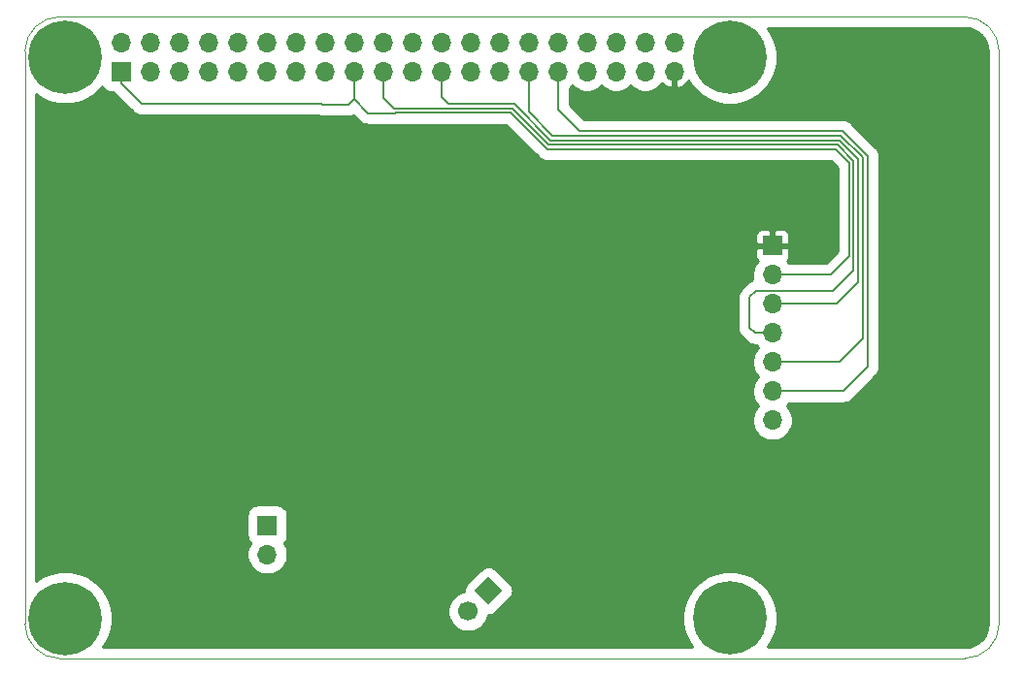
<source format=gtl>
G04 #@! TF.GenerationSoftware,KiCad,Pcbnew,6.0.0-d3dd2cf0fa~116~ubuntu21.04.1*
G04 #@! TF.CreationDate,2022-03-07T16:35:48+01:00*
G04 #@! TF.ProjectId,PiRogue-RPi-hat,5069526f-6775-4652-9d52-50692d686174,rev?*
G04 #@! TF.SameCoordinates,PX4efbba0PY7d37aa0*
G04 #@! TF.FileFunction,Copper,L1,Top*
G04 #@! TF.FilePolarity,Positive*
%FSLAX46Y46*%
G04 Gerber Fmt 4.6, Leading zero omitted, Abs format (unit mm)*
G04 Created by KiCad (PCBNEW 6.0.0-d3dd2cf0fa~116~ubuntu21.04.1) date 2022-03-07 16:35:48*
%MOMM*%
%LPD*%
G01*
G04 APERTURE LIST*
G04 Aperture macros list*
%AMHorizOval*
0 Thick line with rounded ends*
0 $1 width*
0 $2 $3 position (X,Y) of the first rounded end (center of the circle)*
0 $4 $5 position (X,Y) of the second rounded end (center of the circle)*
0 Add line between two ends*
20,1,$1,$2,$3,$4,$5,0*
0 Add two circle primitives to create the rounded ends*
1,1,$1,$2,$3*
1,1,$1,$4,$5*%
%AMRotRect*
0 Rectangle, with rotation*
0 The origin of the aperture is its center*
0 $1 length*
0 $2 width*
0 $3 Rotation angle, in degrees counterclockwise*
0 Add horizontal line*
21,1,$1,$2,0,0,$3*%
G04 Aperture macros list end*
G04 #@! TA.AperFunction,Profile*
%ADD10C,0.100000*%
G04 #@! TD*
G04 #@! TA.AperFunction,ComponentPad*
%ADD11C,6.400000*%
G04 #@! TD*
G04 #@! TA.AperFunction,ComponentPad*
%ADD12R,1.700000X1.700000*%
G04 #@! TD*
G04 #@! TA.AperFunction,ComponentPad*
%ADD13O,1.700000X1.700000*%
G04 #@! TD*
G04 #@! TA.AperFunction,ComponentPad*
%ADD14RotRect,1.700000X1.700000X135.000000*%
G04 #@! TD*
G04 #@! TA.AperFunction,ComponentPad*
%ADD15HorizOval,1.700000X0.000000X0.000000X0.000000X0.000000X0*%
G04 #@! TD*
G04 #@! TA.AperFunction,ViaPad*
%ADD16C,0.800000*%
G04 #@! TD*
G04 #@! TA.AperFunction,Conductor*
%ADD17C,0.200000*%
G04 #@! TD*
G04 #@! TA.AperFunction,Conductor*
%ADD18C,0.254000*%
G04 #@! TD*
G04 APERTURE END LIST*
D10*
X82006356Y-56057611D02*
G75*
G03*
X85006356Y-53057611I-1J3000001D01*
G01*
X85006356Y-53057611D02*
X85006356Y-3057611D01*
X85006356Y-3057611D02*
G75*
G03*
X82006356Y-57611I-3000001J-1D01*
G01*
X82006356Y-57611D02*
X3026356Y-57611D01*
X26356Y-53057611D02*
G75*
G03*
X3026356Y-56057611I3000001J1D01*
G01*
X3026356Y-56057611D02*
X82006356Y-56057611D01*
X26356Y-3057611D02*
X26356Y-53057611D01*
X3026356Y-57611D02*
G75*
G03*
X26356Y-3057611I1J-3000001D01*
G01*
D11*
X3520000Y-3550000D03*
X61520000Y-3570000D03*
X3520000Y-52560000D03*
X61510000Y-52550000D03*
D12*
X65230000Y-20040000D03*
D13*
X65230000Y-22580000D03*
X65230000Y-25120000D03*
X65230000Y-27660000D03*
X65230000Y-30200000D03*
X65230000Y-32740000D03*
X65230000Y-35280000D03*
D12*
X8400000Y-4830000D03*
D13*
X8400000Y-2290000D03*
X10940000Y-4830000D03*
X10940000Y-2290000D03*
X13480000Y-4830000D03*
X13480000Y-2290000D03*
X16020000Y-4830000D03*
X16020000Y-2290000D03*
X18560000Y-4830000D03*
X18560000Y-2290000D03*
X21100000Y-4830000D03*
X21100000Y-2290000D03*
X23640000Y-4830000D03*
X23640000Y-2290000D03*
X26180000Y-4830000D03*
X26180000Y-2290000D03*
X28720000Y-4830000D03*
X28720000Y-2290000D03*
X31260000Y-4830000D03*
X31260000Y-2290000D03*
X33800000Y-4830000D03*
X33800000Y-2290000D03*
X36340000Y-4830000D03*
X36340000Y-2290000D03*
X38880000Y-4830000D03*
X38880000Y-2290000D03*
X41420000Y-4830000D03*
X41420000Y-2290000D03*
X43960000Y-4830000D03*
X43960000Y-2290000D03*
X46500000Y-4830000D03*
X46500000Y-2290000D03*
X49040000Y-4830000D03*
X49040000Y-2290000D03*
X51580000Y-4830000D03*
X51580000Y-2290000D03*
X54120000Y-4830000D03*
X54120000Y-2290000D03*
X56660000Y-4830000D03*
X56660000Y-2290000D03*
D12*
X21160000Y-44430000D03*
D13*
X21160000Y-46970000D03*
D14*
X40466520Y-50162680D03*
D15*
X38670469Y-51958731D03*
D16*
X13180000Y-41700000D03*
X11180000Y-41700000D03*
X20180000Y-37700000D03*
X20180000Y-39700000D03*
X20180000Y-41700000D03*
X22180000Y-41700000D03*
X22180000Y-39700000D03*
X22180000Y-37700000D03*
X24180000Y-37700000D03*
X24180000Y-39700000D03*
X24180000Y-41700000D03*
X9180000Y-43700000D03*
X12180000Y-50700000D03*
X10180000Y-50700000D03*
X14180000Y-48700000D03*
X12180000Y-52700000D03*
X10180000Y-48700000D03*
X12180000Y-48700000D03*
X14180000Y-50700000D03*
X14180000Y-52700000D03*
X27180000Y-50700000D03*
X25180000Y-48700000D03*
X27180000Y-48700000D03*
X25180000Y-52700000D03*
X29180000Y-50700000D03*
X29180000Y-48700000D03*
X27180000Y-52700000D03*
X25180000Y-50700000D03*
X29180000Y-52700000D03*
X15180000Y-41700000D03*
D17*
X70284400Y-22580000D02*
X65230000Y-22580000D01*
X71910570Y-20953830D02*
X70284400Y-22580000D01*
X42369836Y-8441873D02*
X45561383Y-11633420D01*
X10180000Y-7660000D02*
X25890000Y-7660000D01*
X45561383Y-11633420D02*
X70727706Y-11633420D01*
X29945373Y-8447793D02*
X32272947Y-8447793D01*
X25930000Y-7700000D02*
X28242420Y-7700000D01*
X32278870Y-8441870D02*
X42369836Y-8441870D01*
X28720000Y-4830000D02*
X28720000Y-7222420D01*
X28242420Y-7700000D02*
X28720000Y-7222420D01*
X71910570Y-12816284D02*
X71910570Y-20953830D01*
X70727706Y-11633420D02*
X71910570Y-12816284D01*
X25890000Y-7660000D02*
X25930000Y-7700000D01*
X32272947Y-8447793D02*
X32278870Y-8441870D01*
X8400000Y-4830000D02*
X8400000Y-5880000D01*
X28720000Y-7222420D02*
X29945373Y-8447793D01*
X8400000Y-5880000D02*
X10180000Y-7660000D01*
X42369836Y-8441870D02*
X42369836Y-8441873D01*
X71044992Y-10819310D02*
X72710590Y-12484908D01*
X42701212Y-7641850D02*
X45878671Y-10819310D01*
X72710590Y-23201810D02*
X70792400Y-25120000D01*
X36943540Y-7641850D02*
X40571249Y-7641850D01*
X70792400Y-25120000D02*
X65230000Y-25120000D01*
X36340000Y-4830000D02*
X36340000Y-7038310D01*
X40571249Y-7641850D02*
X42701212Y-7641850D01*
X72710590Y-12484908D02*
X72710590Y-23201810D01*
X36340000Y-7038310D02*
X36943540Y-7641850D01*
X45878671Y-10819310D02*
X71044992Y-10819310D01*
X48362150Y-10019290D02*
X71376369Y-10019290D01*
X73537320Y-12180241D02*
X73537320Y-30614840D01*
X71412160Y-32740000D02*
X65230000Y-32740000D01*
X71376369Y-10019290D02*
X73537320Y-12180241D01*
X46500000Y-4830000D02*
X46500000Y-6032081D01*
X46509180Y-8166320D02*
X48362150Y-10019290D01*
X46509180Y-6041261D02*
X46509180Y-8166320D01*
X73537320Y-30614840D02*
X71412160Y-32740000D01*
X46500000Y-6032081D02*
X46509180Y-6041261D01*
X63781381Y-23969999D02*
X63227460Y-24523920D01*
X31260000Y-7097960D02*
X32203900Y-8041860D01*
X72310580Y-22184500D02*
X70525081Y-23969999D01*
X32203900Y-8041860D02*
X42535524Y-8041860D01*
X45712982Y-11219320D02*
X70879304Y-11219320D01*
X63227460Y-27193460D02*
X63694000Y-27660000D01*
X70525081Y-23969999D02*
X63781381Y-23969999D01*
X42535524Y-8041860D02*
X45712982Y-11219320D01*
X72310580Y-12650596D02*
X72310580Y-22184500D01*
X70879304Y-11219320D02*
X72310580Y-12650596D01*
X63694000Y-27660000D02*
X65230000Y-27660000D01*
X63227460Y-24523920D02*
X63227460Y-27193460D01*
X31260000Y-4830000D02*
X31260000Y-7097960D01*
X71079420Y-30200000D02*
X65230000Y-30200000D01*
X71210680Y-10419300D02*
X73110600Y-12319220D01*
X73110600Y-12319220D02*
X73110600Y-28168820D01*
X46044360Y-10419300D02*
X71210680Y-10419300D01*
X43960000Y-8334940D02*
X46044360Y-10419300D01*
X73110600Y-28168820D02*
X71079420Y-30200000D01*
X43960000Y-4830000D02*
X43960000Y-8334940D01*
D18*
X82398383Y-1077735D02*
X82775477Y-1191586D01*
X83123275Y-1376514D01*
X83428530Y-1625475D01*
X83679616Y-1928984D01*
X83866965Y-2275480D01*
X83983448Y-2651774D01*
X84029357Y-3088574D01*
X84029356Y-53009829D01*
X83986232Y-53449638D01*
X83872381Y-53826731D01*
X83687453Y-54174531D01*
X83438495Y-54479783D01*
X83134983Y-54730871D01*
X82788486Y-54918220D01*
X82412193Y-55034703D01*
X81975402Y-55080611D01*
X64782600Y-55080611D01*
X65167300Y-54504868D01*
X65478402Y-53753802D01*
X65637000Y-52956474D01*
X65637000Y-52143526D01*
X65478402Y-51346198D01*
X65167300Y-50595132D01*
X64715650Y-49919191D01*
X64140809Y-49344350D01*
X63464868Y-48892700D01*
X62713802Y-48581598D01*
X61916474Y-48423000D01*
X61103526Y-48423000D01*
X60306198Y-48581598D01*
X59555132Y-48892700D01*
X58879191Y-49344350D01*
X58304350Y-49919191D01*
X57852700Y-50595132D01*
X57541598Y-51346198D01*
X57383000Y-52143526D01*
X57383000Y-52956474D01*
X57541598Y-53753802D01*
X57852700Y-54504868D01*
X58237400Y-55080611D01*
X6799282Y-55080611D01*
X7177300Y-54514868D01*
X7488402Y-53763802D01*
X7647000Y-52966474D01*
X7647000Y-52153526D01*
X7573440Y-51783712D01*
X36893469Y-51783712D01*
X36893469Y-52133750D01*
X36961758Y-52477063D01*
X37095712Y-52800456D01*
X37290183Y-53091502D01*
X37537698Y-53339017D01*
X37828744Y-53533488D01*
X38152137Y-53667442D01*
X38495450Y-53735731D01*
X38845488Y-53735731D01*
X39188801Y-53667442D01*
X39512194Y-53533488D01*
X39803240Y-53339017D01*
X40050755Y-53091502D01*
X40245226Y-52800456D01*
X40379180Y-52477063D01*
X40416134Y-52291284D01*
X40466520Y-52296247D01*
X40648244Y-52278349D01*
X40822984Y-52225342D01*
X40984025Y-52139263D01*
X41125179Y-52023421D01*
X42327261Y-50821339D01*
X42443103Y-50680185D01*
X42529182Y-50519144D01*
X42582189Y-50344404D01*
X42600087Y-50162680D01*
X42582189Y-49980956D01*
X42529182Y-49806216D01*
X42443103Y-49645175D01*
X42327261Y-49504021D01*
X41125179Y-48301939D01*
X40984025Y-48186097D01*
X40822984Y-48100018D01*
X40648244Y-48047011D01*
X40466520Y-48029113D01*
X40284796Y-48047011D01*
X40110056Y-48100018D01*
X39949015Y-48186097D01*
X39807861Y-48301939D01*
X38605779Y-49504021D01*
X38489937Y-49645175D01*
X38403858Y-49806216D01*
X38350851Y-49980956D01*
X38332953Y-50162680D01*
X38337916Y-50213066D01*
X38152137Y-50250020D01*
X37828744Y-50383974D01*
X37537698Y-50578445D01*
X37290183Y-50825960D01*
X37095712Y-51117006D01*
X36961758Y-51440399D01*
X36893469Y-51783712D01*
X7573440Y-51783712D01*
X7488402Y-51356198D01*
X7177300Y-50605132D01*
X6725650Y-49929191D01*
X6150809Y-49354350D01*
X5474868Y-48902700D01*
X4723802Y-48591598D01*
X3926474Y-48433000D01*
X3113526Y-48433000D01*
X2316198Y-48591598D01*
X1565132Y-48902700D01*
X1003356Y-49278067D01*
X1003356Y-43580000D01*
X19378515Y-43580000D01*
X19378515Y-45280000D01*
X19396413Y-45461724D01*
X19449420Y-45636464D01*
X19535499Y-45797505D01*
X19651341Y-45938659D01*
X19690479Y-45970779D01*
X19585243Y-46128275D01*
X19451289Y-46451668D01*
X19383000Y-46794981D01*
X19383000Y-47145019D01*
X19451289Y-47488332D01*
X19585243Y-47811725D01*
X19779714Y-48102771D01*
X20027229Y-48350286D01*
X20318275Y-48544757D01*
X20641668Y-48678711D01*
X20984981Y-48747000D01*
X21335019Y-48747000D01*
X21678332Y-48678711D01*
X22001725Y-48544757D01*
X22292771Y-48350286D01*
X22540286Y-48102771D01*
X22734757Y-47811725D01*
X22868711Y-47488332D01*
X22937000Y-47145019D01*
X22937000Y-46794981D01*
X22868711Y-46451668D01*
X22734757Y-46128275D01*
X22629521Y-45970779D01*
X22668659Y-45938659D01*
X22784501Y-45797505D01*
X22870580Y-45636464D01*
X22923587Y-45461724D01*
X22941485Y-45280000D01*
X22941485Y-43580000D01*
X22923587Y-43398276D01*
X22870580Y-43223536D01*
X22784501Y-43062495D01*
X22668659Y-42921341D01*
X22527505Y-42805499D01*
X22366464Y-42719420D01*
X22191724Y-42666413D01*
X22010000Y-42648515D01*
X20310000Y-42648515D01*
X20128276Y-42666413D01*
X19953536Y-42719420D01*
X19792495Y-42805499D01*
X19651341Y-42921341D01*
X19535499Y-43062495D01*
X19449420Y-43223536D01*
X19396413Y-43398276D01*
X19378515Y-43580000D01*
X1003356Y-43580000D01*
X1003356Y-19190000D01*
X63741928Y-19190000D01*
X63745000Y-19754250D01*
X63903750Y-19913000D01*
X65103000Y-19913000D01*
X65103000Y-18713750D01*
X65357000Y-18713750D01*
X65357000Y-19913000D01*
X66556250Y-19913000D01*
X66715000Y-19754250D01*
X66718072Y-19190000D01*
X66705812Y-19065518D01*
X66669502Y-18945820D01*
X66610537Y-18835506D01*
X66531185Y-18738815D01*
X66434494Y-18659463D01*
X66324180Y-18600498D01*
X66204482Y-18564188D01*
X66080000Y-18551928D01*
X65515750Y-18555000D01*
X65357000Y-18713750D01*
X65103000Y-18713750D01*
X64944250Y-18555000D01*
X64380000Y-18551928D01*
X64255518Y-18564188D01*
X64135820Y-18600498D01*
X64025506Y-18659463D01*
X63928815Y-18738815D01*
X63849463Y-18835506D01*
X63790498Y-18945820D01*
X63754188Y-19065518D01*
X63741928Y-19190000D01*
X1003356Y-19190000D01*
X1003356Y-6831933D01*
X1565132Y-7207300D01*
X2316198Y-7518402D01*
X3113526Y-7677000D01*
X3926474Y-7677000D01*
X4723802Y-7518402D01*
X5474868Y-7207300D01*
X6150809Y-6755650D01*
X6725650Y-6180809D01*
X6748386Y-6146782D01*
X6775499Y-6197505D01*
X6891341Y-6338659D01*
X7032495Y-6454501D01*
X7193536Y-6540580D01*
X7368276Y-6593587D01*
X7550000Y-6611485D01*
X7672449Y-6611485D01*
X7709476Y-6641872D01*
X9418127Y-8350524D01*
X9450288Y-8389712D01*
X9606669Y-8518051D01*
X9785083Y-8613415D01*
X9978673Y-8672140D01*
X10129549Y-8687000D01*
X10129558Y-8687000D01*
X10179999Y-8691968D01*
X10230440Y-8687000D01*
X25645798Y-8687000D01*
X25728673Y-8712140D01*
X25879549Y-8727000D01*
X25879557Y-8727000D01*
X25930000Y-8731968D01*
X25980443Y-8727000D01*
X28191979Y-8727000D01*
X28242420Y-8731968D01*
X28292861Y-8727000D01*
X28292871Y-8727000D01*
X28443747Y-8712140D01*
X28637337Y-8653415D01*
X28677259Y-8632076D01*
X29183500Y-9138317D01*
X29215661Y-9177505D01*
X29372042Y-9305844D01*
X29550456Y-9401208D01*
X29744046Y-9459933D01*
X29894922Y-9474793D01*
X29894931Y-9474793D01*
X29945372Y-9479761D01*
X29995813Y-9474793D01*
X32222506Y-9474793D01*
X32272947Y-9479761D01*
X32323388Y-9474793D01*
X32323398Y-9474793D01*
X32383535Y-9468870D01*
X41944437Y-9468870D01*
X44799510Y-12323944D01*
X44831671Y-12363132D01*
X44988052Y-12491471D01*
X45166466Y-12586835D01*
X45360056Y-12645560D01*
X45510932Y-12660420D01*
X45510941Y-12660420D01*
X45561382Y-12665388D01*
X45611823Y-12660420D01*
X70302310Y-12660420D01*
X70883570Y-13241681D01*
X70883571Y-20528431D01*
X69859004Y-21553000D01*
X66680960Y-21553000D01*
X66610286Y-21447229D01*
X66516387Y-21353330D01*
X66531185Y-21341185D01*
X66610537Y-21244494D01*
X66669502Y-21134180D01*
X66705812Y-21014482D01*
X66718072Y-20890000D01*
X66715000Y-20325750D01*
X66556250Y-20167000D01*
X65357000Y-20167000D01*
X65357000Y-20187000D01*
X65103000Y-20187000D01*
X65103000Y-20167000D01*
X63903750Y-20167000D01*
X63745000Y-20325750D01*
X63741928Y-20890000D01*
X63754188Y-21014482D01*
X63790498Y-21134180D01*
X63849463Y-21244494D01*
X63928815Y-21341185D01*
X63943613Y-21353330D01*
X63849714Y-21447229D01*
X63655243Y-21738275D01*
X63521289Y-22061668D01*
X63453000Y-22404981D01*
X63453000Y-22755019D01*
X63498281Y-22982665D01*
X63386464Y-23016584D01*
X63208050Y-23111948D01*
X63051669Y-23240287D01*
X63019508Y-23279475D01*
X62536940Y-23762044D01*
X62497748Y-23794208D01*
X62369409Y-23950589D01*
X62274045Y-24129004D01*
X62215320Y-24322594D01*
X62200460Y-24473470D01*
X62200460Y-24473479D01*
X62195492Y-24523920D01*
X62200460Y-24574361D01*
X62200461Y-27143009D01*
X62195492Y-27193460D01*
X62200461Y-27243911D01*
X62215321Y-27394787D01*
X62274046Y-27588377D01*
X62369410Y-27766791D01*
X62497749Y-27923172D01*
X62536936Y-27955332D01*
X62932123Y-28350519D01*
X62964288Y-28389712D01*
X63120669Y-28518051D01*
X63299083Y-28613415D01*
X63492673Y-28672140D01*
X63643549Y-28687000D01*
X63643558Y-28687000D01*
X63693999Y-28691968D01*
X63744440Y-28687000D01*
X63779040Y-28687000D01*
X63849714Y-28792771D01*
X63986943Y-28930000D01*
X63849714Y-29067229D01*
X63655243Y-29358275D01*
X63521289Y-29681668D01*
X63453000Y-30024981D01*
X63453000Y-30375019D01*
X63521289Y-30718332D01*
X63655243Y-31041725D01*
X63849714Y-31332771D01*
X63986943Y-31470000D01*
X63849714Y-31607229D01*
X63655243Y-31898275D01*
X63521289Y-32221668D01*
X63453000Y-32564981D01*
X63453000Y-32915019D01*
X63521289Y-33258332D01*
X63655243Y-33581725D01*
X63849714Y-33872771D01*
X63986943Y-34010000D01*
X63849714Y-34147229D01*
X63655243Y-34438275D01*
X63521289Y-34761668D01*
X63453000Y-35104981D01*
X63453000Y-35455019D01*
X63521289Y-35798332D01*
X63655243Y-36121725D01*
X63849714Y-36412771D01*
X64097229Y-36660286D01*
X64388275Y-36854757D01*
X64711668Y-36988711D01*
X65054981Y-37057000D01*
X65405019Y-37057000D01*
X65748332Y-36988711D01*
X66071725Y-36854757D01*
X66362771Y-36660286D01*
X66610286Y-36412771D01*
X66804757Y-36121725D01*
X66938711Y-35798332D01*
X67007000Y-35455019D01*
X67007000Y-35104981D01*
X66938711Y-34761668D01*
X66804757Y-34438275D01*
X66610286Y-34147229D01*
X66473057Y-34010000D01*
X66610286Y-33872771D01*
X66680960Y-33767000D01*
X71361719Y-33767000D01*
X71412160Y-33771968D01*
X71462601Y-33767000D01*
X71462611Y-33767000D01*
X71613487Y-33752140D01*
X71807077Y-33693415D01*
X71985491Y-33598051D01*
X72141872Y-33469712D01*
X72174037Y-33430519D01*
X74227845Y-31376712D01*
X74267032Y-31344552D01*
X74395371Y-31188171D01*
X74490735Y-31009757D01*
X74549460Y-30816167D01*
X74564320Y-30665291D01*
X74564320Y-30665282D01*
X74569288Y-30614841D01*
X74564320Y-30564400D01*
X74564320Y-12230681D01*
X74569288Y-12180240D01*
X74564320Y-12129799D01*
X74564320Y-12129790D01*
X74549460Y-11978914D01*
X74490735Y-11785324D01*
X74395371Y-11606910D01*
X74267032Y-11450529D01*
X74227845Y-11418369D01*
X72138246Y-9328771D01*
X72106081Y-9289578D01*
X71949700Y-9161239D01*
X71771286Y-9065875D01*
X71577696Y-9007150D01*
X71426820Y-8992290D01*
X71426810Y-8992290D01*
X71376369Y-8987322D01*
X71325928Y-8992290D01*
X48787547Y-8992290D01*
X47536180Y-7740924D01*
X47536180Y-6274826D01*
X47632771Y-6210286D01*
X47770000Y-6073057D01*
X47907229Y-6210286D01*
X48198275Y-6404757D01*
X48521668Y-6538711D01*
X48864981Y-6607000D01*
X49215019Y-6607000D01*
X49558332Y-6538711D01*
X49881725Y-6404757D01*
X50172771Y-6210286D01*
X50310000Y-6073057D01*
X50447229Y-6210286D01*
X50738275Y-6404757D01*
X51061668Y-6538711D01*
X51404981Y-6607000D01*
X51755019Y-6607000D01*
X52098332Y-6538711D01*
X52421725Y-6404757D01*
X52712771Y-6210286D01*
X52850000Y-6073057D01*
X52987229Y-6210286D01*
X53278275Y-6404757D01*
X53601668Y-6538711D01*
X53944981Y-6607000D01*
X54295019Y-6607000D01*
X54638332Y-6538711D01*
X54961725Y-6404757D01*
X55252771Y-6210286D01*
X55500286Y-5962771D01*
X55581664Y-5840980D01*
X55659731Y-5927588D01*
X55893080Y-6101641D01*
X56155901Y-6226825D01*
X56303110Y-6271476D01*
X56533000Y-6150155D01*
X56533000Y-4957000D01*
X56513000Y-4957000D01*
X56513000Y-4703000D01*
X56533000Y-4703000D01*
X56533000Y-4683000D01*
X56787000Y-4683000D01*
X56787000Y-4703000D01*
X56807000Y-4703000D01*
X56807000Y-4957000D01*
X56787000Y-4957000D01*
X56787000Y-6150155D01*
X57016890Y-6271476D01*
X57164099Y-6226825D01*
X57426920Y-6101641D01*
X57660269Y-5927588D01*
X57855178Y-5711355D01*
X57917452Y-5606810D01*
X58314350Y-6200809D01*
X58889191Y-6775650D01*
X59565132Y-7227300D01*
X60316198Y-7538402D01*
X61113526Y-7697000D01*
X61926474Y-7697000D01*
X62723802Y-7538402D01*
X63474868Y-7227300D01*
X64150809Y-6775650D01*
X64725650Y-6200809D01*
X65177300Y-5524868D01*
X65488402Y-4773802D01*
X65647000Y-3976474D01*
X65647000Y-3163526D01*
X65488402Y-2366198D01*
X65177300Y-1615132D01*
X64789408Y-1034611D01*
X81958573Y-1034611D01*
X82398383Y-1077735D02*
X81958573Y-1034611D01*
G04 #@! TA.AperFunction,Conductor*
G36*
X82398383Y-1077735D02*
G01*
X82775477Y-1191586D01*
X83123275Y-1376514D01*
X83428530Y-1625475D01*
X83679616Y-1928984D01*
X83866965Y-2275480D01*
X83983448Y-2651774D01*
X84029357Y-3088574D01*
X84029356Y-53009829D01*
X83986232Y-53449638D01*
X83872381Y-53826731D01*
X83687453Y-54174531D01*
X83438495Y-54479783D01*
X83134983Y-54730871D01*
X82788486Y-54918220D01*
X82412193Y-55034703D01*
X81975402Y-55080611D01*
X64782600Y-55080611D01*
X65167300Y-54504868D01*
X65478402Y-53753802D01*
X65637000Y-52956474D01*
X65637000Y-52143526D01*
X65478402Y-51346198D01*
X65167300Y-50595132D01*
X64715650Y-49919191D01*
X64140809Y-49344350D01*
X63464868Y-48892700D01*
X62713802Y-48581598D01*
X61916474Y-48423000D01*
X61103526Y-48423000D01*
X60306198Y-48581598D01*
X59555132Y-48892700D01*
X58879191Y-49344350D01*
X58304350Y-49919191D01*
X57852700Y-50595132D01*
X57541598Y-51346198D01*
X57383000Y-52143526D01*
X57383000Y-52956474D01*
X57541598Y-53753802D01*
X57852700Y-54504868D01*
X58237400Y-55080611D01*
X6799282Y-55080611D01*
X7177300Y-54514868D01*
X7488402Y-53763802D01*
X7647000Y-52966474D01*
X7647000Y-52153526D01*
X7573440Y-51783712D01*
X36893469Y-51783712D01*
X36893469Y-52133750D01*
X36961758Y-52477063D01*
X37095712Y-52800456D01*
X37290183Y-53091502D01*
X37537698Y-53339017D01*
X37828744Y-53533488D01*
X38152137Y-53667442D01*
X38495450Y-53735731D01*
X38845488Y-53735731D01*
X39188801Y-53667442D01*
X39512194Y-53533488D01*
X39803240Y-53339017D01*
X40050755Y-53091502D01*
X40245226Y-52800456D01*
X40379180Y-52477063D01*
X40416134Y-52291284D01*
X40466520Y-52296247D01*
X40648244Y-52278349D01*
X40822984Y-52225342D01*
X40984025Y-52139263D01*
X41125179Y-52023421D01*
X42327261Y-50821339D01*
X42443103Y-50680185D01*
X42529182Y-50519144D01*
X42582189Y-50344404D01*
X42600087Y-50162680D01*
X42582189Y-49980956D01*
X42529182Y-49806216D01*
X42443103Y-49645175D01*
X42327261Y-49504021D01*
X41125179Y-48301939D01*
X40984025Y-48186097D01*
X40822984Y-48100018D01*
X40648244Y-48047011D01*
X40466520Y-48029113D01*
X40284796Y-48047011D01*
X40110056Y-48100018D01*
X39949015Y-48186097D01*
X39807861Y-48301939D01*
X38605779Y-49504021D01*
X38489937Y-49645175D01*
X38403858Y-49806216D01*
X38350851Y-49980956D01*
X38332953Y-50162680D01*
X38337916Y-50213066D01*
X38152137Y-50250020D01*
X37828744Y-50383974D01*
X37537698Y-50578445D01*
X37290183Y-50825960D01*
X37095712Y-51117006D01*
X36961758Y-51440399D01*
X36893469Y-51783712D01*
X7573440Y-51783712D01*
X7488402Y-51356198D01*
X7177300Y-50605132D01*
X6725650Y-49929191D01*
X6150809Y-49354350D01*
X5474868Y-48902700D01*
X4723802Y-48591598D01*
X3926474Y-48433000D01*
X3113526Y-48433000D01*
X2316198Y-48591598D01*
X1565132Y-48902700D01*
X1003356Y-49278067D01*
X1003356Y-43580000D01*
X19378515Y-43580000D01*
X19378515Y-45280000D01*
X19396413Y-45461724D01*
X19449420Y-45636464D01*
X19535499Y-45797505D01*
X19651341Y-45938659D01*
X19690479Y-45970779D01*
X19585243Y-46128275D01*
X19451289Y-46451668D01*
X19383000Y-46794981D01*
X19383000Y-47145019D01*
X19451289Y-47488332D01*
X19585243Y-47811725D01*
X19779714Y-48102771D01*
X20027229Y-48350286D01*
X20318275Y-48544757D01*
X20641668Y-48678711D01*
X20984981Y-48747000D01*
X21335019Y-48747000D01*
X21678332Y-48678711D01*
X22001725Y-48544757D01*
X22292771Y-48350286D01*
X22540286Y-48102771D01*
X22734757Y-47811725D01*
X22868711Y-47488332D01*
X22937000Y-47145019D01*
X22937000Y-46794981D01*
X22868711Y-46451668D01*
X22734757Y-46128275D01*
X22629521Y-45970779D01*
X22668659Y-45938659D01*
X22784501Y-45797505D01*
X22870580Y-45636464D01*
X22923587Y-45461724D01*
X22941485Y-45280000D01*
X22941485Y-43580000D01*
X22923587Y-43398276D01*
X22870580Y-43223536D01*
X22784501Y-43062495D01*
X22668659Y-42921341D01*
X22527505Y-42805499D01*
X22366464Y-42719420D01*
X22191724Y-42666413D01*
X22010000Y-42648515D01*
X20310000Y-42648515D01*
X20128276Y-42666413D01*
X19953536Y-42719420D01*
X19792495Y-42805499D01*
X19651341Y-42921341D01*
X19535499Y-43062495D01*
X19449420Y-43223536D01*
X19396413Y-43398276D01*
X19378515Y-43580000D01*
X1003356Y-43580000D01*
X1003356Y-19190000D01*
X63741928Y-19190000D01*
X63745000Y-19754250D01*
X63903750Y-19913000D01*
X65103000Y-19913000D01*
X65103000Y-18713750D01*
X65357000Y-18713750D01*
X65357000Y-19913000D01*
X66556250Y-19913000D01*
X66715000Y-19754250D01*
X66718072Y-19190000D01*
X66705812Y-19065518D01*
X66669502Y-18945820D01*
X66610537Y-18835506D01*
X66531185Y-18738815D01*
X66434494Y-18659463D01*
X66324180Y-18600498D01*
X66204482Y-18564188D01*
X66080000Y-18551928D01*
X65515750Y-18555000D01*
X65357000Y-18713750D01*
X65103000Y-18713750D01*
X64944250Y-18555000D01*
X64380000Y-18551928D01*
X64255518Y-18564188D01*
X64135820Y-18600498D01*
X64025506Y-18659463D01*
X63928815Y-18738815D01*
X63849463Y-18835506D01*
X63790498Y-18945820D01*
X63754188Y-19065518D01*
X63741928Y-19190000D01*
X1003356Y-19190000D01*
X1003356Y-6831933D01*
X1565132Y-7207300D01*
X2316198Y-7518402D01*
X3113526Y-7677000D01*
X3926474Y-7677000D01*
X4723802Y-7518402D01*
X5474868Y-7207300D01*
X6150809Y-6755650D01*
X6725650Y-6180809D01*
X6748386Y-6146782D01*
X6775499Y-6197505D01*
X6891341Y-6338659D01*
X7032495Y-6454501D01*
X7193536Y-6540580D01*
X7368276Y-6593587D01*
X7550000Y-6611485D01*
X7672449Y-6611485D01*
X7709476Y-6641872D01*
X9418127Y-8350524D01*
X9450288Y-8389712D01*
X9606669Y-8518051D01*
X9785083Y-8613415D01*
X9978673Y-8672140D01*
X10129549Y-8687000D01*
X10129558Y-8687000D01*
X10179999Y-8691968D01*
X10230440Y-8687000D01*
X25645798Y-8687000D01*
X25728673Y-8712140D01*
X25879549Y-8727000D01*
X25879557Y-8727000D01*
X25930000Y-8731968D01*
X25980443Y-8727000D01*
X28191979Y-8727000D01*
X28242420Y-8731968D01*
X28292861Y-8727000D01*
X28292871Y-8727000D01*
X28443747Y-8712140D01*
X28637337Y-8653415D01*
X28677259Y-8632076D01*
X29183500Y-9138317D01*
X29215661Y-9177505D01*
X29372042Y-9305844D01*
X29550456Y-9401208D01*
X29744046Y-9459933D01*
X29894922Y-9474793D01*
X29894931Y-9474793D01*
X29945372Y-9479761D01*
X29995813Y-9474793D01*
X32222506Y-9474793D01*
X32272947Y-9479761D01*
X32323388Y-9474793D01*
X32323398Y-9474793D01*
X32383535Y-9468870D01*
X41944437Y-9468870D01*
X44799510Y-12323944D01*
X44831671Y-12363132D01*
X44988052Y-12491471D01*
X45166466Y-12586835D01*
X45360056Y-12645560D01*
X45510932Y-12660420D01*
X45510941Y-12660420D01*
X45561382Y-12665388D01*
X45611823Y-12660420D01*
X70302310Y-12660420D01*
X70883570Y-13241681D01*
X70883571Y-20528431D01*
X69859004Y-21553000D01*
X66680960Y-21553000D01*
X66610286Y-21447229D01*
X66516387Y-21353330D01*
X66531185Y-21341185D01*
X66610537Y-21244494D01*
X66669502Y-21134180D01*
X66705812Y-21014482D01*
X66718072Y-20890000D01*
X66715000Y-20325750D01*
X66556250Y-20167000D01*
X65357000Y-20167000D01*
X65357000Y-20187000D01*
X65103000Y-20187000D01*
X65103000Y-20167000D01*
X63903750Y-20167000D01*
X63745000Y-20325750D01*
X63741928Y-20890000D01*
X63754188Y-21014482D01*
X63790498Y-21134180D01*
X63849463Y-21244494D01*
X63928815Y-21341185D01*
X63943613Y-21353330D01*
X63849714Y-21447229D01*
X63655243Y-21738275D01*
X63521289Y-22061668D01*
X63453000Y-22404981D01*
X63453000Y-22755019D01*
X63498281Y-22982665D01*
X63386464Y-23016584D01*
X63208050Y-23111948D01*
X63051669Y-23240287D01*
X63019508Y-23279475D01*
X62536940Y-23762044D01*
X62497748Y-23794208D01*
X62369409Y-23950589D01*
X62274045Y-24129004D01*
X62215320Y-24322594D01*
X62200460Y-24473470D01*
X62200460Y-24473479D01*
X62195492Y-24523920D01*
X62200460Y-24574361D01*
X62200461Y-27143009D01*
X62195492Y-27193460D01*
X62200461Y-27243911D01*
X62215321Y-27394787D01*
X62274046Y-27588377D01*
X62369410Y-27766791D01*
X62497749Y-27923172D01*
X62536936Y-27955332D01*
X62932123Y-28350519D01*
X62964288Y-28389712D01*
X63120669Y-28518051D01*
X63299083Y-28613415D01*
X63492673Y-28672140D01*
X63643549Y-28687000D01*
X63643558Y-28687000D01*
X63693999Y-28691968D01*
X63744440Y-28687000D01*
X63779040Y-28687000D01*
X63849714Y-28792771D01*
X63986943Y-28930000D01*
X63849714Y-29067229D01*
X63655243Y-29358275D01*
X63521289Y-29681668D01*
X63453000Y-30024981D01*
X63453000Y-30375019D01*
X63521289Y-30718332D01*
X63655243Y-31041725D01*
X63849714Y-31332771D01*
X63986943Y-31470000D01*
X63849714Y-31607229D01*
X63655243Y-31898275D01*
X63521289Y-32221668D01*
X63453000Y-32564981D01*
X63453000Y-32915019D01*
X63521289Y-33258332D01*
X63655243Y-33581725D01*
X63849714Y-33872771D01*
X63986943Y-34010000D01*
X63849714Y-34147229D01*
X63655243Y-34438275D01*
X63521289Y-34761668D01*
X63453000Y-35104981D01*
X63453000Y-35455019D01*
X63521289Y-35798332D01*
X63655243Y-36121725D01*
X63849714Y-36412771D01*
X64097229Y-36660286D01*
X64388275Y-36854757D01*
X64711668Y-36988711D01*
X65054981Y-37057000D01*
X65405019Y-37057000D01*
X65748332Y-36988711D01*
X66071725Y-36854757D01*
X66362771Y-36660286D01*
X66610286Y-36412771D01*
X66804757Y-36121725D01*
X66938711Y-35798332D01*
X67007000Y-35455019D01*
X67007000Y-35104981D01*
X66938711Y-34761668D01*
X66804757Y-34438275D01*
X66610286Y-34147229D01*
X66473057Y-34010000D01*
X66610286Y-33872771D01*
X66680960Y-33767000D01*
X71361719Y-33767000D01*
X71412160Y-33771968D01*
X71462601Y-33767000D01*
X71462611Y-33767000D01*
X71613487Y-33752140D01*
X71807077Y-33693415D01*
X71985491Y-33598051D01*
X72141872Y-33469712D01*
X72174037Y-33430519D01*
X74227845Y-31376712D01*
X74267032Y-31344552D01*
X74395371Y-31188171D01*
X74490735Y-31009757D01*
X74549460Y-30816167D01*
X74564320Y-30665291D01*
X74564320Y-30665282D01*
X74569288Y-30614841D01*
X74564320Y-30564400D01*
X74564320Y-12230681D01*
X74569288Y-12180240D01*
X74564320Y-12129799D01*
X74564320Y-12129790D01*
X74549460Y-11978914D01*
X74490735Y-11785324D01*
X74395371Y-11606910D01*
X74267032Y-11450529D01*
X74227845Y-11418369D01*
X72138246Y-9328771D01*
X72106081Y-9289578D01*
X71949700Y-9161239D01*
X71771286Y-9065875D01*
X71577696Y-9007150D01*
X71426820Y-8992290D01*
X71426810Y-8992290D01*
X71376369Y-8987322D01*
X71325928Y-8992290D01*
X48787547Y-8992290D01*
X47536180Y-7740924D01*
X47536180Y-6274826D01*
X47632771Y-6210286D01*
X47770000Y-6073057D01*
X47907229Y-6210286D01*
X48198275Y-6404757D01*
X48521668Y-6538711D01*
X48864981Y-6607000D01*
X49215019Y-6607000D01*
X49558332Y-6538711D01*
X49881725Y-6404757D01*
X50172771Y-6210286D01*
X50310000Y-6073057D01*
X50447229Y-6210286D01*
X50738275Y-6404757D01*
X51061668Y-6538711D01*
X51404981Y-6607000D01*
X51755019Y-6607000D01*
X52098332Y-6538711D01*
X52421725Y-6404757D01*
X52712771Y-6210286D01*
X52850000Y-6073057D01*
X52987229Y-6210286D01*
X53278275Y-6404757D01*
X53601668Y-6538711D01*
X53944981Y-6607000D01*
X54295019Y-6607000D01*
X54638332Y-6538711D01*
X54961725Y-6404757D01*
X55252771Y-6210286D01*
X55500286Y-5962771D01*
X55581664Y-5840980D01*
X55659731Y-5927588D01*
X55893080Y-6101641D01*
X56155901Y-6226825D01*
X56303110Y-6271476D01*
X56533000Y-6150155D01*
X56533000Y-4957000D01*
X56513000Y-4957000D01*
X56513000Y-4703000D01*
X56533000Y-4703000D01*
X56533000Y-4683000D01*
X56787000Y-4683000D01*
X56787000Y-4703000D01*
X56807000Y-4703000D01*
X56807000Y-4957000D01*
X56787000Y-4957000D01*
X56787000Y-6150155D01*
X57016890Y-6271476D01*
X57164099Y-6226825D01*
X57426920Y-6101641D01*
X57660269Y-5927588D01*
X57855178Y-5711355D01*
X57917452Y-5606810D01*
X58314350Y-6200809D01*
X58889191Y-6775650D01*
X59565132Y-7227300D01*
X60316198Y-7538402D01*
X61113526Y-7697000D01*
X61926474Y-7697000D01*
X62723802Y-7538402D01*
X63474868Y-7227300D01*
X64150809Y-6775650D01*
X64725650Y-6200809D01*
X65177300Y-5524868D01*
X65488402Y-4773802D01*
X65647000Y-3976474D01*
X65647000Y-3163526D01*
X65488402Y-2366198D01*
X65177300Y-1615132D01*
X64789408Y-1034611D01*
X81958573Y-1034611D01*
X82398383Y-1077735D01*
G37*
G04 #@! TD.AperFunction*
M02*

</source>
